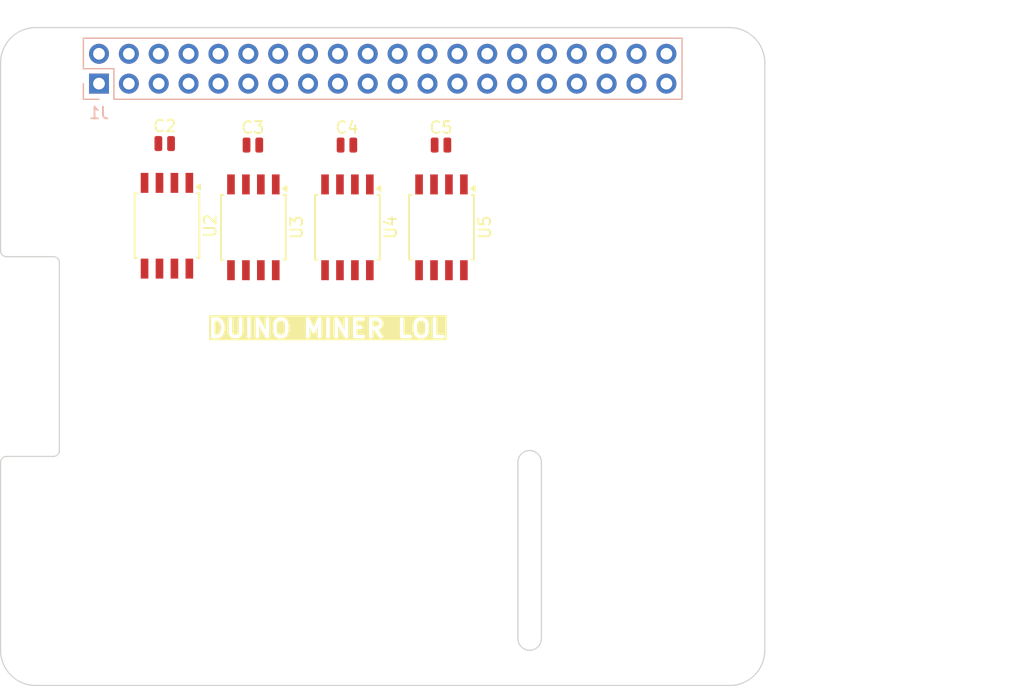
<source format=kicad_pcb>
(kicad_pcb (version 20240108) (generator "pcbnew") (generator_version "8.0")
  (title_block (date "15 nov 2012"))
  (layers (0 "F.Cu" signal) (31 "B.Cu" signal) (34 "B.Paste" user) (35 "F.Paste" user) (36 "B.SilkS" user "B.Silkscreen") (37 "F.SilkS" user "F.Silkscreen") (38 "B.Mask" user) (39 "F.Mask" user) (44 "Edge.Cuts" user))
  (net 0 "")
  (net 1 "GND")
  (net 2 "/GPIO2{slash}SDA1")
  (net 3 "/GPIO3{slash}SCL1")
  (net 4 "/GPIO4{slash}GPCLK0")
  (net 5 "/GPIO14{slash}TXD0")
  (net 6 "/GPIO15{slash}RXD0")
  (net 7 "/GPIO17")
  (net 8 "/GPIO18{slash}PCM.CLK")
  (net 9 "/GPIO27")
  (net 10 "/GPIO22")
  (net 11 "/GPIO23")
  (net 12 "/GPIO24")
  (net 13 "/GPIO10{slash}SPI0.MOSI")
  (net 14 "/GPIO9{slash}SPI0.MISO")
  (net 15 "/GPIO25")
  (net 16 "/GPIO11{slash}SPI0.SCLK")
  (net 17 "/GPIO8{slash}SPI0.CE0")
  (net 18 "/GPIO7{slash}SPI0.CE1")
  (net 19 "/ID_SDA")
  (net 20 "/ID_SCL")
  (net 21 "/GPIO5")
  (net 22 "/GPIO6")
  (net 23 "/GPIO12{slash}PWM0")
  (net 24 "/GPIO13{slash}PWM1")
  (net 25 "/GPIO19{slash}PCM.FS")
  (net 26 "/GPIO16")
  (net 27 "/GPIO26")
  (net 28 "/GPIO20{slash}PCM.DIN")
  (net 29 "/GPIO21{slash}PCM.DOUT")
  (net 30 "+5V")
  (net 31 "+3V3")
  (footprint "Package_SO:SOIC-8W_5.3x5.3mm_P1.27mm" (layer "F.Cu") (at 137.5 61 -90)
    (property "Reference" "U5" (at 0 -3.68 90) (layer "F.SilkS"))
    (property "Value" "ATtiny85V-10S")
    (fp_line (start -2.75 2.755) (end 2.75 2.755) (stroke (width 0.15)) (layer "F.SilkS"))
    (fp_line (start -2.75 2.755) (end -2.75 2.55) (stroke (width 0.15)) (layer "F.SilkS"))
    (fp_line (start 2.75 2.755) (end 2.75 2.55) (stroke (width 0.15)) (layer "F.SilkS"))
    (fp_line (start -2.75 -2.755) (end -2.75 -2.55) (stroke (width 0.15)) (layer "F.SilkS"))
    (fp_line (start -2.75 -2.755) (end 2.75 -2.755) (stroke (width 0.15)) (layer "F.SilkS"))
    (fp_line (start 2.75 -2.755) (end 2.75 -2.55) (stroke (width 0.15)) (layer "F.SilkS"))
    (fp_poly (pts (xy -3.3 -2.5) (xy -3.54 -2.83) (xy -3.06 -2.83) (xy -3.3 -2.5)) (stroke (width 0.12)) (fill solid) (layer "F.SilkS"))
    (pad "1" smd rect (at -3.65 -1.905 270) (size 1.7 0.65) (layers "F.Cu" "F.Paste" "F.Mask"))
    (pad "2" smd rect (at -3.65 -0.635 270) (size 1.7 0.65) (layers "F.Cu" "F.Paste" "F.Mask"))
    (pad "3" smd rect (at -3.65 0.635 270) (size 1.7 0.65) (layers "F.Cu" "F.Paste" "F.Mask"))
    (pad "4" smd rect (at -3.65 1.905 270) (size 1.7 0.65) (layers "F.Cu" "F.Paste" "F.Mask") (net 1 "GND"))
    (pad "5" smd rect (at 3.65 1.905 270) (size 1.7 0.65) (layers "F.Cu" "F.Paste" "F.Mask") (net 2 "/GPIO2{slash}SDA1"))
    (pad "6" smd rect (at 3.65 0.635 270) (size 1.7 0.65) (layers "F.Cu" "F.Paste" "F.Mask"))
    (pad "7" smd rect (at 3.65 -0.635 270) (size 1.7 0.65) (layers "F.Cu" "F.Paste" "F.Mask") (net 3 "/GPIO3{slash}SCL1"))
    (pad "8" smd rect (at 3.65 -1.905 270) (size 1.7 0.65) (layers "F.Cu" "F.Paste" "F.Mask") (net 31 "+3V3"))
  )
  (footprint "MountingHole:MountingHole_2.7mm_M2.5" (layer "F.Cu") (at 161.5 47.5)
    (property "Reference" "MH2" (hide yes))
    (property "Value" "MountingHole_2.7mm_M2.5" (hide yes))
    (pad "" np_thru_hole circle (at 0 0) (size 2.7 2.7) (drill 2.7) (layers "*.Cu" "*.Mask"))
  )
  (footprint "Capacitor_SMD:C_0504_1310Metric" (layer "F.Cu") (at 121.46 54)
    (property "Reference" "C3" (at 0 -1.49 0) (layer "F.SilkS"))
    (property "Value" "C")
    (pad "1" smd roundrect (at -0.54 0) (size 0.66 1.28) (layers "F.Cu" "F.Paste" "F.Mask") (net 31 "+3V3"))
    (pad "2" smd roundrect (at 0.54 0) (size 0.66 1.28) (layers "F.Cu" "F.Paste" "F.Mask") (net 1 "GND"))
  )
  (footprint "Package_SO:SOIC-8W_5.3x5.3mm_P1.27mm" (layer "F.Cu") (at 129.5 61 -90)
    (property "Reference" "U4" (at 0 -3.68 90) (layer "F.SilkS"))
    (property "Value" "ATtiny85V-10S")
    (fp_line (start -2.75 2.755) (end 2.75 2.755) (stroke (width 0.15)) (layer "F.SilkS"))
    (fp_line (start -2.75 2.755) (end -2.75 2.55) (stroke (width 0.15)) (layer "F.SilkS"))
    (fp_line (start 2.75 2.755) (end 2.75 2.55) (stroke (width 0.15)) (layer "F.SilkS"))
    (fp_line (start -2.75 -2.755) (end -2.75 -2.55) (stroke (width 0.15)) (layer "F.SilkS"))
    (fp_line (start -2.75 -2.755) (end 2.75 -2.755) (stroke (width 0.15)) (layer "F.SilkS"))
    (fp_line (start 2.75 -2.755) (end 2.75 -2.55) (stroke (width 0.15)) (layer "F.SilkS"))
    (fp_poly (pts (xy -3.3 -2.5) (xy -3.54 -2.83) (xy -3.06 -2.83) (xy -3.3 -2.5)) (stroke (width 0.12)) (fill solid) (layer "F.SilkS"))
    (pad "1" smd rect (at -3.65 -1.905 270) (size 1.7 0.65) (layers "F.Cu" "F.Paste" "F.Mask"))
    (pad "2" smd rect (at -3.65 -0.635 270) (size 1.7 0.65) (layers "F.Cu" "F.Paste" "F.Mask"))
    (pad "3" smd rect (at -3.65 0.635 270) (size 1.7 0.65) (layers "F.Cu" "F.Paste" "F.Mask"))
    (pad "4" smd rect (at -3.65 1.905 270) (size 1.7 0.65) (layers "F.Cu" "F.Paste" "F.Mask") (net 1 "GND"))
    (pad "5" smd rect (at 3.65 1.905 270) (size 1.7 0.65) (layers "F.Cu" "F.Paste" "F.Mask") (net 2 "/GPIO2{slash}SDA1"))
    (pad "6" smd rect (at 3.65 0.635 270) (size 1.7 0.65) (layers "F.Cu" "F.Paste" "F.Mask"))
    (pad "7" smd rect (at 3.65 -0.635 270) (size 1.7 0.65) (layers "F.Cu" "F.Paste" "F.Mask") (net 3 "/GPIO3{slash}SCL1"))
    (pad "8" smd rect (at 3.65 -1.905 270) (size 1.7 0.65) (layers "F.Cu" "F.Paste" "F.Mask") (net 31 "+3V3"))
  )
  (footprint "MountingHole:MountingHole_2.7mm_M2.5" (layer "F.Cu") (at 103.5 96.5)
    (property "Reference" "MH3" (hide yes))
    (property "Value" "MountingHole_2.7mm_M2.5" (hide yes))
    (pad "" np_thru_hole circle (at 0 0) (size 2.7 2.7) (drill 2.7) (layers "*.Cu" "*.Mask"))
  )
  (footprint "Package_SO:SOIC-8W_5.3x5.3mm_P1.27mm" (layer "F.Cu") (at 114.15 60.865 -90)
    (property "Reference" "U2" (at 0 -3.68 90) (layer "F.SilkS"))
    (property "Value" "ATtiny85V-10S")
    (fp_line (start -2.75 2.755) (end 2.75 2.755) (stroke (width 0.15)) (layer "F.SilkS"))
    (fp_line (start -2.75 2.755) (end -2.75 2.55) (stroke (width 0.15)) (layer "F.SilkS"))
    (fp_line (start 2.75 2.755) (end 2.75 2.55) (stroke (width 0.15)) (layer "F.SilkS"))
    (fp_line (start -2.75 -2.755) (end -2.75 -2.55) (stroke (width 0.15)) (layer "F.SilkS"))
    (fp_line (start -2.75 -2.755) (end 2.75 -2.755) (stroke (width 0.15)) (layer "F.SilkS"))
    (fp_line (start 2.75 -2.755) (end 2.75 -2.55) (stroke (width 0.15)) (layer "F.SilkS"))
    (fp_poly (pts (xy -3.3 -2.5) (xy -3.54 -2.83) (xy -3.06 -2.83) (xy -3.3 -2.5)) (stroke (width 0.12)) (fill solid) (layer "F.SilkS"))
    (pad "1" smd rect (at -3.65 -1.905 270) (size 1.7 0.65) (layers "F.Cu" "F.Paste" "F.Mask"))
    (pad "2" smd rect (at -3.65 -0.635 270) (size 1.7 0.65) (layers "F.Cu" "F.Paste" "F.Mask"))
    (pad "3" smd rect (at -3.65 0.635 270) (size 1.7 0.65) (layers "F.Cu" "F.Paste" "F.Mask"))
    (pad "4" smd rect (at -3.65 1.905 270) (size 1.7 0.65) (layers "F.Cu" "F.Paste" "F.Mask") (net 1 "GND"))
    (pad "5" smd rect (at 3.65 1.905 270) (size 1.7 0.65) (layers "F.Cu" "F.Paste" "F.Mask") (net 2 "/GPIO2{slash}SDA1"))
    (pad "6" smd rect (at 3.65 0.635 270) (size 1.7 0.65) (layers "F.Cu" "F.Paste" "F.Mask"))
    (pad "7" smd rect (at 3.65 -0.635 270) (size 1.7 0.65) (layers "F.Cu" "F.Paste" "F.Mask") (net 3 "/GPIO3{slash}SCL1"))
    (pad "8" smd rect (at 3.65 -1.905 270) (size 1.7 0.65) (layers "F.Cu" "F.Paste" "F.Mask") (net 31 "+3V3"))
  )
  (footprint "MountingHole:MountingHole_2.7mm_M2.5" (layer "F.Cu") (at 103.5 47.5)
    (property "Reference" "MH1" (hide yes))
    (property "Value" "MountingHole_2.7mm_M2.5" (hide yes))
    (pad "" np_thru_hole circle (at 0 0) (size 2.7 2.7) (drill 2.7) (layers "*.Cu" "*.Mask"))
  )
  (footprint "Capacitor_SMD:C_0504_1310Metric" (layer "F.Cu") (at 113.96 53.87)
    (property "Reference" "C2" (at 0 -1.49 0) (layer "F.SilkS"))
    (property "Value" "C")
    (pad "1" smd roundrect (at -0.54 0) (size 0.66 1.28) (layers "F.Cu" "F.Paste" "F.Mask") (net 31 "+3V3"))
    (pad "2" smd roundrect (at 0.54 0) (size 0.66 1.28) (layers "F.Cu" "F.Paste" "F.Mask") (net 1 "GND"))
  )
  (footprint "Capacitor_SMD:C_0504_1310Metric" (layer "F.Cu") (at 137.46 54)
    (property "Reference" "C5" (at 0 -1.49 0) (layer "F.SilkS"))
    (property "Value" "C")
    (pad "1" smd roundrect (at -0.54 0) (size 0.66 1.28) (layers "F.Cu" "F.Paste" "F.Mask") (net 31 "+3V3"))
    (pad "2" smd roundrect (at 0.54 0) (size 0.66 1.28) (layers "F.Cu" "F.Paste" "F.Mask") (net 1 "GND"))
  )
  (footprint "MountingHole:MountingHole_2.7mm_M2.5" (layer "F.Cu") (at 161.5 96.5)
    (property "Reference" "MH4" (hide yes))
    (property "Value" "MountingHole_2.7mm_M2.5" (hide yes))
    (pad "" np_thru_hole circle (at 0 0) (size 2.7 2.7) (drill 2.7) (layers "*.Cu" "*.Mask"))
  )
  (footprint "Package_SO:SOIC-8W_5.3x5.3mm_P1.27mm" (layer "F.Cu") (at 121.5 61 -90)
    (property "Reference" "U3" (at 0 -3.68 90) (layer "F.SilkS"))
    (property "Value" "ATtiny85V-10S")
    (fp_line (start -2.75 2.755) (end 2.75 2.755) (stroke (width 0.15)) (layer "F.SilkS"))
    (fp_line (start -2.75 2.755) (end -2.75 2.55) (stroke (width 0.15)) (layer "F.SilkS"))
    (fp_line (start 2.75 2.755) (end 2.75 2.55) (stroke (width 0.15)) (layer "F.SilkS"))
    (fp_line (start -2.75 -2.755) (end -2.75 -2.55) (stroke (width 0.15)) (layer "F.SilkS"))
    (fp_line (start -2.75 -2.755) (end 2.75 -2.755) (stroke (width 0.15)) (layer "F.SilkS"))
    (fp_line (start 2.75 -2.755) (end 2.75 -2.55) (stroke (width 0.15)) (layer "F.SilkS"))
    (fp_poly (pts (xy -3.3 -2.5) (xy -3.54 -2.83) (xy -3.06 -2.83) (xy -3.3 -2.5)) (stroke (width 0.12)) (fill solid) (layer "F.SilkS"))
    (pad "1" smd rect (at -3.65 -1.905 270) (size 1.7 0.65) (layers "F.Cu" "F.Paste" "F.Mask"))
    (pad "2" smd rect (at -3.65 -0.635 270) (size 1.7 0.65) (layers "F.Cu" "F.Paste" "F.Mask"))
    (pad "3" smd rect (at -3.65 0.635 270) (size 1.7 0.65) (layers "F.Cu" "F.Paste" "F.Mask"))
    (pad "4" smd rect (at -3.65 1.905 270) (size 1.7 0.65) (layers "F.Cu" "F.Paste" "F.Mask") (net 1 "GND"))
    (pad "5" smd rect (at 3.65 1.905 270) (size 1.7 0.65) (layers "F.Cu" "F.Paste" "F.Mask") (net 2 "/GPIO2{slash}SDA1"))
    (pad "6" smd rect (at 3.65 0.635 270) (size 1.7 0.65) (layers "F.Cu" "F.Paste" "F.Mask"))
    (pad "7" smd rect (at 3.65 -0.635 270) (size 1.7 0.65) (layers "F.Cu" "F.Paste" "F.Mask") (net 3 "/GPIO3{slash}SCL1"))
    (pad "8" smd rect (at 3.65 -1.905 270) (size 1.7 0.65) (layers "F.Cu" "F.Paste" "F.Mask") (net 31 "+3V3"))
  )
  (footprint "Capacitor_SMD:C_0504_1310Metric" (layer "F.Cu") (at 129.46 54)
    (property "Reference" "C4" (at 0 -1.49 0) (layer "F.SilkS"))
    (property "Value" "C")
    (pad "1" smd roundrect (at -0.54 0) (size 0.66 1.28) (layers "F.Cu" "F.Paste" "F.Mask") (net 31 "+3V3"))
    (pad "2" smd roundrect (at 0.54 0) (size 0.66 1.28) (layers "F.Cu" "F.Paste" "F.Mask") (net 1 "GND"))
  )
  (footprint "Connector_PinSocket_2.54mm:PinSocket_2x20_P2.54mm_Vertical" (layer "B.Cu") (at 108.37 48.77 -90)
    (property "Reference" "J1" (at 2.5 0 0) (layer "B.SilkS") (effects (justify mirror)))
    (property "Value" "GPIO")
    (fp_line (start -3.87 1.33) (end -1.27 1.33) (stroke (width 0.12)) (layer "B.SilkS"))
    (fp_line (start -3.87 1.33) (end -3.87 -49.59) (stroke (width 0.12)) (layer "B.SilkS"))
    (fp_line (start -1.27 1.33) (end -1.27 -1.27) (stroke (width 0.12)) (layer "B.SilkS"))
    (fp_line (start 0 1.33) (end 1.33 1.33) (stroke (width 0.12)) (layer "B.SilkS"))
    (fp_line (start 1.33 1.33) (end 1.33 0) (stroke (width 0.12)) (layer "B.SilkS"))
    (fp_line (start -1.27 -1.27) (end 1.33 -1.27) (stroke (width 0.12)) (layer "B.SilkS"))
    (fp_line (start 1.33 -1.27) (end 1.33 -49.59) (stroke (width 0.12)) (layer "B.SilkS"))
    (fp_line (start -3.87 -49.59) (end 1.33 -49.59) (stroke (width 0.12)) (layer "B.SilkS"))
    (pad "1" thru_hole rect (at 0 0 270) (size 1.7 1.7) (drill 1) (layers "*.Cu" "*.Mask") (net 31 "+3V3"))
    (pad "2" thru_hole oval (at -2.54 0 270) (size 1.7 1.7) (drill 1) (layers "*.Cu" "*.Mask") (net 30 "+5V"))
    (pad "3" thru_hole oval (at 0 -2.54 270) (size 1.7 1.7) (drill 1) (layers "*.Cu" "*.Mask") (net 2 "/GPIO2{slash}SDA1"))
    (pad "4" thru_hole oval (at -2.54 -2.54 270) (size 1.7 1.7) (drill 1) (layers "*.Cu" "*.Mask") (net 30 "+5V"))
    (pad "5" thru_hole oval (at 0 -5.08 270) (size 1.7 1.7) (drill 1) (layers "*.Cu" "*.Mask") (net 3 "/GPIO3{slash}SCL1"))
    (pad "6" thru_hole oval (at -2.54 -5.08 270) (size 1.7 1.7) (drill 1) (layers "*.Cu" "*.Mask") (net 1 "GND"))
    (pad "7" thru_hole oval (at 0 -7.62 270) (size 1.7 1.7) (drill 1) (layers "*.Cu" "*.Mask") (net 4 "/GPIO4{slash}GPCLK0"))
    (pad "8" thru_hole oval (at -2.54 -7.62 270) (size 1.7 1.7) (drill 1) (layers "*.Cu" "*.Mask") (net 5 "/GPIO14{slash}TXD0"))
    (pad "9" thru_hole oval (at 0 -10.16 270) (size 1.7 1.7) (drill 1) (layers "*.Cu" "*.Mask") (net 1 "GND"))
    (pad "10" thru_hole oval (at -2.54 -10.16 270) (size 1.7 1.7) (drill 1) (layers "*.Cu" "*.Mask") (net 6 "/GPIO15{slash}RXD0"))
    (pad "11" thru_hole oval (at 0 -12.7 270) (size 1.7 1.7) (drill 1) (layers "*.Cu" "*.Mask") (net 7 "/GPIO17"))
    (pad "12" thru_hole oval (at -2.54 -12.7 270) (size 1.7 1.7) (drill 1) (layers "*.Cu" "*.Mask") (net 8 "/GPIO18{slash}PCM.CLK"))
    (pad "13" thru_hole oval (at 0 -15.24 270) (size 1.7 1.7) (drill 1) (layers "*.Cu" "*.Mask") (net 9 "/GPIO27"))
    (pad "14" thru_hole oval (at -2.54 -15.24 270) (size 1.7 1.7) (drill 1) (layers "*.Cu" "*.Mask") (net 1 "GND"))
    (pad "15" thru_hole oval (at 0 -17.78 270) (size 1.7 1.7) (drill 1) (layers "*.Cu" "*.Mask") (net 10 "/GPIO22"))
    (pad "16" thru_hole oval (at -2.54 -17.78 270) (size 1.7 1.7) (drill 1) (layers "*.Cu" "*.Mask") (net 11 "/GPIO23"))
    (pad "17" thru_hole oval (at 0 -20.32 270) (size 1.7 1.7) (drill 1) (layers "*.Cu" "*.Mask") (net 31 "+3V3"))
    (pad "18" thru_hole oval (at -2.54 -20.32 270) (size 1.7 1.7) (drill 1) (layers "*.Cu" "*.Mask") (net 12 "/GPIO24"))
    (pad "19" thru_hole oval (at 0 -22.86 270) (size 1.7 1.7) (drill 1) (layers "*.Cu" "*.Mask") (net 13 "/GPIO10{slash}SPI0.MOSI"))
    (pad "20" thru_hole oval (at -2.54 -22.86 270) (size 1.7 1.7) (drill 1) (layers "*.Cu" "*.Mask") (net 1 "GND"))
    (pad "21" thru_hole oval (at 0 -25.4 270) (size 1.7 1.7) (drill 1) (layers "*.Cu" "*.Mask") (net 14 "/GPIO9{slash}SPI0.MISO"))
    (pad "22" thru_hole oval (at -2.54 -25.4 270) (size 1.7 1.7) (drill 1) (layers "*.Cu" "*.Mask") (net 15 "/GPIO25"))
    (pad "23" thru_hole oval (at 0 -27.94 270) (size 1.7 1.7) (drill 1) (layers "*.Cu" "*.Mask") (net 16 "/GPIO11{slash}SPI0.SCLK"))
    (pad "24" thru_hole oval (at -2.54 -27.94 270) (size 1.7 1.7) (drill 1) (layers "*.Cu" "*.Mask") (net 17 "/GPIO8{slash}SPI0.CE0"))
    (pad "25" thru_hole oval (at 0 -30.48 270) (size 1.7 1.7) (drill 1) (layers "*.Cu" "*.Mask") (net 1 "GND"))
    (pad "26" thru_hole oval (at -2.54 -30.48 270) (size 1.7 1.7) (drill 1) (layers "*.Cu" "*.Mask") (net 18 "/GPIO7{slash}SPI0.CE1"))
    (pad "27" thru_hole oval (at 0 -33.02 270) (size 1.7 1.7) (drill 1) (layers "*.Cu" "*.Mask") (net 19 "/ID_SDA"))
    (pad "28" thru_hole oval (at -2.54 -33.02 270) (size 1.7 1.7) (drill 1) (layers "*.Cu" "*.Mask") (net 20 "/ID_SCL"))
    (pad "29" thru_hole oval (at 0 -35.56 270) (size 1.7 1.7) (drill 1) (layers "*.Cu" "*.Mask") (net 21 "/GPIO5"))
    (pad "30" thru_hole oval (at -2.54 -35.56 270) (size 1.7 1.7) (drill 1) (layers "*.Cu" "*.Mask") (net 1 "GND"))
    (pad "31" thru_hole oval (at 0 -38.1 270) (size 1.7 1.7) (drill 1) (layers "*.Cu" "*.Mask") (net 22 "/GPIO6"))
    (pad "32" thru_hole oval (at -2.54 -38.1 270) (size 1.7 1.7) (drill 1) (layers "*.Cu" "*.Mask") (net 23 "/GPIO12{slash}PWM0"))
    (pad "33" thru_hole oval (at 0 -40.64 270) (size 1.7 1.7) (drill 1) (layers "*.Cu" "*.Mask") (net 24 "/GPIO13{slash}PWM1"))
    (pad "34" thru_hole oval (at -2.54 -40.64 270) (size 1.7 1.7) (drill 1) (layers "*.Cu" "*.Mask") (net 1 "GND"))
    (pad "35" thru_hole oval (at 0 -43.18 270) (size 1.7 1.7) (drill 1) (layers "*.Cu" "*.Mask") (net 25 "/GPIO19{slash}PCM.FS"))
    (pad "36" thru_hole oval (at -2.54 -43.18 270) (size 1.7 1.7) (drill 1) (layers "*.Cu" "*.Mask") (net 26 "/GPIO16"))
    (pad "37" thru_hole oval (at 0 -45.72 270) (size 1.7 1.7) (drill 1) (layers "*.Cu" "*.Mask") (net 27 "/GPIO26"))
    (pad "38" thru_hole oval (at -2.54 -45.72 270) (size 1.7 1.7) (drill 1) (layers "*.Cu" "*.Mask") (net 28 "/GPIO20{slash}PCM.DIN"))
    (pad "39" thru_hole oval (at 0 -48.26 270) (size 1.7 1.7) (drill 1) (layers "*.Cu" "*.Mask") (net 1 "GND"))
    (pad "40" thru_hole oval (at -2.54 -48.26 270) (size 1.7 1.7) (drill 1) (layers "*.Cu" "*.Mask") (net 29 "/GPIO21{slash}PCM.DOUT"))
  )
  (gr_arc (start 100.5 63.5) (mid 100.146447 63.353553) (end 100 63) (stroke (width 0.1)) (layer "Edge.Cuts"))
  (gr_arc (start 162 44) (mid 164.12132 44.87868) (end 165 47) (stroke (width 0.1)) (layer "Edge.Cuts"))
  (gr_line (start 165 97) (end 165 47) (stroke (width 0.1)) (layer "Edge.Cuts"))
  (gr_line (start 100 47) (end 100 63) (stroke (width 0.1)) (layer "Edge.Cuts"))
  (gr_line (start 146 81) (end 146 96) (stroke (width 0.1)) (layer "Edge.Cuts"))
  (gr_line (start 144 96) (end 144 81) (stroke (width 0.1)) (layer "Edge.Cuts"))
  (gr_arc (start 103 100) (mid 100.87868 99.12132) (end 100 97) (stroke (width 0.1)) (layer "Edge.Cuts"))
  (gr_line (start 103 100) (end 162 100) (stroke (width 0.1)) (layer "Edge.Cuts"))
  (gr_line (start 104.5 80.5) (end 100.5 80.5) (stroke (width 0.1)) (layer "Edge.Cuts"))
  (gr_arc (start 144 81) (mid 145 80) (end 146 81) (stroke (width 0.1)) (layer "Edge.Cuts"))
  (gr_arc (start 100 81) (mid 100.146138 80.646755) (end 100.499127 80.500001) (stroke (width 0.1)) (layer "Edge.Cuts"))
  (gr_arc (start 165 97) (mid 164.12132 99.12132) (end 162 100) (stroke (width 0.1)) (layer "Edge.Cuts"))
  (gr_line (start 105 64) (end 105 80) (stroke (width 0.1)) (layer "Edge.Cuts"))
  (gr_arc (start 100 47) (mid 100.87868 44.87868) (end 103 44) (stroke (width 0.1)) (layer "Edge.Cuts"))
  (gr_arc (start 146 96) (mid 145 97) (end 144 96) (stroke (width 0.1)) (layer "Edge.Cuts"))
  (gr_line (start 100 81) (end 100 97) (stroke (width 0.1)) (layer "Edge.Cuts"))
  (gr_line (start 100.5 63.5) (end 104.5 63.5) (stroke (width 0.1)) (layer "Edge.Cuts"))
  (gr_arc (start 105 80) (mid 104.853553 80.353553) (end 104.5 80.5) (stroke (width 0.1)) (layer "Edge.Cuts"))
  (gr_arc (start 104.5 63.5) (mid 104.853553 63.646447) (end 105 64) (stroke (width 0.1)) (layer "Edge.Cuts"))
  (gr_line (start 162 44) (end 103 44) (stroke (width 0.1)) (layer "Edge.Cuts"))
  (gr_text "DUINO MINER LOL\n" (at 117.5 70.5 0) (layer "F.SilkS" knockout) (effects (font (size 1.5 1.5) (thickness 0.3) (bold yes)) (justify left bottom)))
)
</source>
